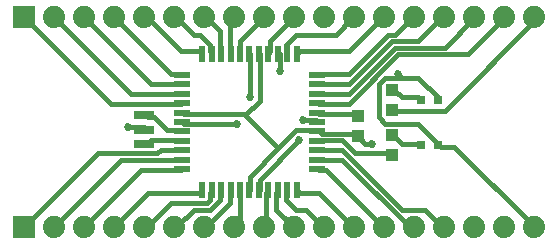
<source format=gtl>
G75*
%MOIN*%
%OFA0B0*%
%FSLAX25Y25*%
%IPPOS*%
%LPD*%
%AMOC8*
5,1,8,0,0,1.08239X$1,22.5*
%
%ADD10R,0.03937X0.04331*%
%ADD11R,0.05800X0.02000*%
%ADD12R,0.02000X0.05800*%
%ADD13R,0.03150X0.03150*%
%ADD14R,0.04331X0.03937*%
%ADD15R,0.07400X0.07400*%
%ADD16C,0.07400*%
%ADD17R,0.06693X0.02756*%
%ADD18C,0.01600*%
%ADD19C,0.02700*%
D10*
X0122500Y0037654D03*
X0122500Y0044346D03*
D11*
X0108850Y0045350D03*
X0108850Y0042250D03*
X0108850Y0039150D03*
X0108850Y0035950D03*
X0108850Y0032850D03*
X0108850Y0029650D03*
X0108850Y0026550D03*
X0063650Y0026550D03*
X0063650Y0029650D03*
X0063650Y0032850D03*
X0063650Y0035950D03*
X0063650Y0039150D03*
X0063650Y0042250D03*
X0063650Y0045350D03*
X0063650Y0048550D03*
X0063650Y0051650D03*
X0063650Y0054850D03*
X0063650Y0057950D03*
X0108850Y0057950D03*
X0108850Y0054850D03*
X0108850Y0051650D03*
X0108850Y0048550D03*
D12*
X0101950Y0064850D03*
X0098850Y0064850D03*
X0095650Y0064850D03*
X0092550Y0064850D03*
X0089350Y0064850D03*
X0086250Y0064850D03*
X0083150Y0064850D03*
X0079950Y0064850D03*
X0076850Y0064850D03*
X0073650Y0064850D03*
X0070550Y0064850D03*
X0070550Y0019650D03*
X0073650Y0019650D03*
X0076850Y0019650D03*
X0079950Y0019650D03*
X0083150Y0019650D03*
X0086250Y0019650D03*
X0089350Y0019650D03*
X0092550Y0019650D03*
X0095650Y0019650D03*
X0098850Y0019650D03*
X0101950Y0019650D03*
D13*
X0143297Y0034750D03*
X0149203Y0034750D03*
X0149203Y0049750D03*
X0143297Y0049750D03*
D14*
X0133750Y0046404D03*
X0133750Y0053096D03*
X0133750Y0038096D03*
X0133750Y0031404D03*
D15*
X0011250Y0007250D03*
X0011250Y0077250D03*
D16*
X0021250Y0077250D03*
X0031250Y0077250D03*
X0041250Y0077250D03*
X0051250Y0077250D03*
X0061250Y0077250D03*
X0071250Y0077250D03*
X0081250Y0077250D03*
X0091250Y0077250D03*
X0101250Y0077250D03*
X0111250Y0077250D03*
X0121250Y0077250D03*
X0131250Y0077250D03*
X0141250Y0077250D03*
X0151250Y0077250D03*
X0161250Y0077250D03*
X0171250Y0077250D03*
X0181250Y0077250D03*
X0181250Y0007250D03*
X0171250Y0007250D03*
X0161250Y0007250D03*
X0151250Y0007250D03*
X0141250Y0007250D03*
X0131250Y0007250D03*
X0121250Y0007250D03*
X0111250Y0007250D03*
X0101250Y0007250D03*
X0091250Y0007250D03*
X0081250Y0007250D03*
X0071250Y0007250D03*
X0061250Y0007250D03*
X0051250Y0007250D03*
X0041250Y0007250D03*
X0031250Y0007250D03*
X0021250Y0007250D03*
D17*
X0051250Y0035026D03*
X0051250Y0039750D03*
X0051250Y0044474D03*
D18*
X0052300Y0043900D01*
X0054500Y0043900D01*
X0058900Y0039500D01*
X0063300Y0039500D01*
X0063650Y0039150D01*
X0064400Y0041700D02*
X0063650Y0042250D01*
X0064400Y0041700D02*
X0082000Y0041700D01*
X0084750Y0044450D02*
X0089700Y0049400D01*
X0089700Y0064800D01*
X0089350Y0064850D01*
X0086400Y0064800D02*
X0086250Y0064850D01*
X0086400Y0064800D02*
X0086400Y0050500D01*
X0084200Y0045000D02*
X0084750Y0044450D01*
X0095750Y0033450D01*
X0086400Y0024100D01*
X0086400Y0019700D01*
X0086250Y0019650D01*
X0083150Y0019650D02*
X0083100Y0018600D01*
X0083100Y0008700D01*
X0082000Y0007600D01*
X0081250Y0007250D01*
X0079800Y0015300D02*
X0072100Y0007600D01*
X0071250Y0007250D01*
X0067700Y0013100D02*
X0062200Y0007600D01*
X0061250Y0007250D01*
X0060000Y0015300D02*
X0052300Y0007600D01*
X0051250Y0007250D01*
X0041300Y0007600D02*
X0041250Y0007250D01*
X0041300Y0007600D02*
X0052300Y0018600D01*
X0069900Y0018600D01*
X0070550Y0019650D01*
X0073200Y0018600D02*
X0073650Y0019650D01*
X0073200Y0018600D02*
X0073200Y0016400D01*
X0072100Y0015300D01*
X0060000Y0015300D01*
X0067700Y0013100D02*
X0073200Y0013100D01*
X0076500Y0016400D01*
X0076500Y0018600D01*
X0076850Y0019650D01*
X0079950Y0019650D02*
X0079800Y0018600D01*
X0079800Y0015300D01*
X0089350Y0019650D02*
X0089700Y0019700D01*
X0089700Y0023000D01*
X0102900Y0036200D01*
X0108850Y0035950D02*
X0109500Y0036200D01*
X0117200Y0036200D01*
X0121600Y0031800D01*
X0133700Y0031800D01*
X0133750Y0031404D01*
X0137000Y0035100D02*
X0134800Y0037300D01*
X0133750Y0038096D01*
X0131500Y0041700D02*
X0142500Y0041700D01*
X0149100Y0035100D01*
X0149203Y0034750D01*
X0150200Y0034000D01*
X0154600Y0034000D01*
X0181000Y0007600D01*
X0181250Y0007250D01*
X0151250Y0007250D02*
X0150200Y0007600D01*
X0144700Y0013100D01*
X0137000Y0013100D01*
X0117200Y0032900D01*
X0109500Y0032900D01*
X0108850Y0032850D01*
X0108850Y0029650D02*
X0109500Y0029600D01*
X0117200Y0029600D01*
X0140300Y0006500D01*
X0141250Y0007250D01*
X0131250Y0007250D02*
X0130400Y0007600D01*
X0111700Y0026300D01*
X0109500Y0026300D01*
X0108850Y0026550D01*
X0101950Y0019650D02*
X0102900Y0018600D01*
X0109500Y0018600D01*
X0120500Y0007600D01*
X0121250Y0007250D01*
X0111250Y0007250D02*
X0110600Y0007600D01*
X0105100Y0013100D01*
X0101800Y0013100D01*
X0098500Y0016400D01*
X0098500Y0018600D01*
X0098850Y0019650D01*
X0095650Y0019650D02*
X0095200Y0018600D01*
X0095200Y0013100D01*
X0100700Y0007600D01*
X0101250Y0007250D01*
X0091900Y0007600D02*
X0091250Y0007250D01*
X0091900Y0007600D02*
X0091900Y0018600D01*
X0092550Y0019650D01*
X0095750Y0033450D02*
X0101800Y0039500D01*
X0108400Y0039500D01*
X0108850Y0039150D01*
X0109500Y0039500D01*
X0110600Y0038400D01*
X0121600Y0038400D01*
X0122500Y0037654D01*
X0122700Y0037300D01*
X0124900Y0035100D01*
X0127100Y0035100D01*
X0137000Y0035100D02*
X0142500Y0035100D01*
X0143297Y0034750D01*
X0131500Y0041700D02*
X0129300Y0043900D01*
X0129300Y0054900D01*
X0131500Y0057100D01*
X0137000Y0057100D01*
X0135900Y0058200D01*
X0137000Y0057100D02*
X0142500Y0057100D01*
X0149100Y0050500D01*
X0149203Y0049750D01*
X0143297Y0049750D02*
X0142500Y0050500D01*
X0137000Y0050500D01*
X0134800Y0052700D01*
X0133750Y0053096D01*
X0135900Y0064800D02*
X0119400Y0048300D01*
X0109500Y0048300D01*
X0108850Y0048550D01*
X0108850Y0051650D02*
X0109500Y0051600D01*
X0119400Y0051600D01*
X0134800Y0067000D01*
X0151300Y0067000D01*
X0161200Y0076900D01*
X0161250Y0077250D01*
X0171100Y0076900D02*
X0171250Y0077250D01*
X0171100Y0076900D02*
X0159000Y0064800D01*
X0135900Y0064800D01*
X0133700Y0069200D02*
X0142500Y0069200D01*
X0150200Y0076900D01*
X0151250Y0077250D01*
X0141250Y0077250D02*
X0140300Y0076900D01*
X0134800Y0071400D01*
X0132600Y0071400D01*
X0119400Y0058200D01*
X0109500Y0058200D01*
X0108850Y0057950D01*
X0108850Y0054850D02*
X0109500Y0054900D01*
X0119400Y0054900D01*
X0133700Y0069200D01*
X0130400Y0076900D02*
X0119400Y0065900D01*
X0102900Y0065900D01*
X0101950Y0064850D01*
X0098850Y0064850D02*
X0098500Y0065900D01*
X0098500Y0068100D01*
X0101800Y0071400D01*
X0115000Y0071400D01*
X0120500Y0076900D01*
X0121250Y0077250D01*
X0130400Y0076900D02*
X0131250Y0077250D01*
X0101250Y0077250D02*
X0100700Y0076900D01*
X0093000Y0069200D01*
X0093000Y0065900D01*
X0092550Y0064850D01*
X0095650Y0064850D02*
X0096300Y0064800D01*
X0096300Y0059300D01*
X0083150Y0064850D02*
X0083100Y0065900D01*
X0083100Y0069200D01*
X0090800Y0076900D01*
X0091250Y0077250D01*
X0081250Y0077250D02*
X0079800Y0075800D01*
X0079800Y0065900D01*
X0079950Y0064850D01*
X0076850Y0064850D02*
X0076500Y0065900D01*
X0076500Y0072500D01*
X0072100Y0076900D01*
X0071250Y0077250D01*
X0067700Y0071400D02*
X0062200Y0076900D01*
X0061250Y0077250D01*
X0052300Y0076900D02*
X0051250Y0077250D01*
X0052300Y0076900D02*
X0063300Y0065900D01*
X0069900Y0065900D01*
X0070550Y0064850D01*
X0073200Y0065900D02*
X0073650Y0064850D01*
X0073200Y0065900D02*
X0073200Y0068100D01*
X0069900Y0071400D01*
X0067700Y0071400D01*
X0060000Y0058200D02*
X0041300Y0076900D01*
X0041250Y0077250D01*
X0031400Y0076900D02*
X0031250Y0077250D01*
X0031400Y0076900D02*
X0053400Y0054900D01*
X0063300Y0054900D01*
X0063650Y0054850D01*
X0063650Y0051650D02*
X0063300Y0051600D01*
X0046800Y0051600D01*
X0021500Y0076900D01*
X0021250Y0077250D01*
X0011250Y0077250D02*
X0040200Y0048300D01*
X0063300Y0048300D01*
X0063650Y0048550D01*
X0063650Y0045350D02*
X0064400Y0045000D01*
X0084200Y0045000D01*
X0104000Y0042800D02*
X0108400Y0042800D01*
X0108850Y0042250D01*
X0109500Y0045000D02*
X0108850Y0045350D01*
X0109500Y0045000D02*
X0121600Y0045000D01*
X0122500Y0044346D01*
X0133750Y0046404D02*
X0134800Y0046100D01*
X0151300Y0046100D01*
X0182100Y0076900D01*
X0181250Y0077250D01*
X0063650Y0057950D02*
X0063300Y0058200D01*
X0060000Y0058200D01*
X0051200Y0040600D02*
X0045700Y0040600D01*
X0051200Y0040600D02*
X0051250Y0039750D01*
X0053400Y0036200D02*
X0052300Y0035100D01*
X0051250Y0035026D01*
X0053400Y0036200D02*
X0063300Y0036200D01*
X0063650Y0035950D01*
X0063300Y0032900D02*
X0056700Y0032900D01*
X0055600Y0031800D01*
X0035800Y0031800D01*
X0011250Y0007250D01*
X0021250Y0007250D02*
X0021500Y0007600D01*
X0043500Y0029600D01*
X0063300Y0029600D01*
X0063650Y0029650D01*
X0063650Y0032850D02*
X0063300Y0032900D01*
X0063650Y0026550D02*
X0063300Y0026300D01*
X0050100Y0026300D01*
X0031400Y0007600D01*
X0031250Y0007250D01*
D19*
X0102900Y0036200D03*
X0104000Y0042800D03*
X0086400Y0050500D03*
X0082000Y0041700D03*
X0045700Y0040600D03*
X0096300Y0059300D03*
X0135900Y0058200D03*
X0127100Y0035100D03*
M02*

</source>
